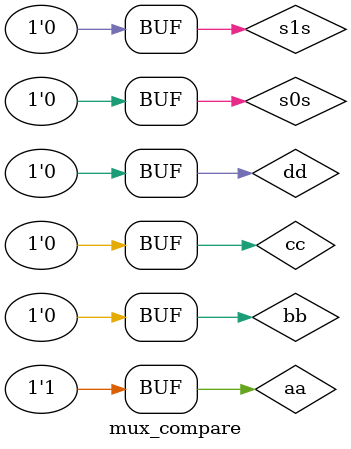
<source format=sv>
`timescale 1ns/1ns
module mux_compare();
  logic aa,bb,cc,dd,s0s,s1s,ww1,ww2;
  mux4_nor cut5(aa,bb,cc,dd,s0s,s1s,ww1);
  mux4_2to1 cut6(aa,bb,cc,dd,s0s,s1s,ww2);
  initial begin
    	aa = 0;
    	bb = 0;
    	cc = 0;
    	dd = 0;
    	s0s = 0;
    	s1s = 0;
    	#50
	#50 aa = 1;
    	#93 s0s = 1;
  	#93 bb = 1;
	#93 s0s = 0;
	#93 s1s = 1;
	#93 cc = 1;
	#93 cc = 0;
	#93 s0s = 1;
	#93 dd = 1;
	#93 dd = 0;
	#93 cc = 0;
	#93 bb = 0;
	#93 s1s = 0;
	#93 s0s = 0;
    end
endmodule

</source>
